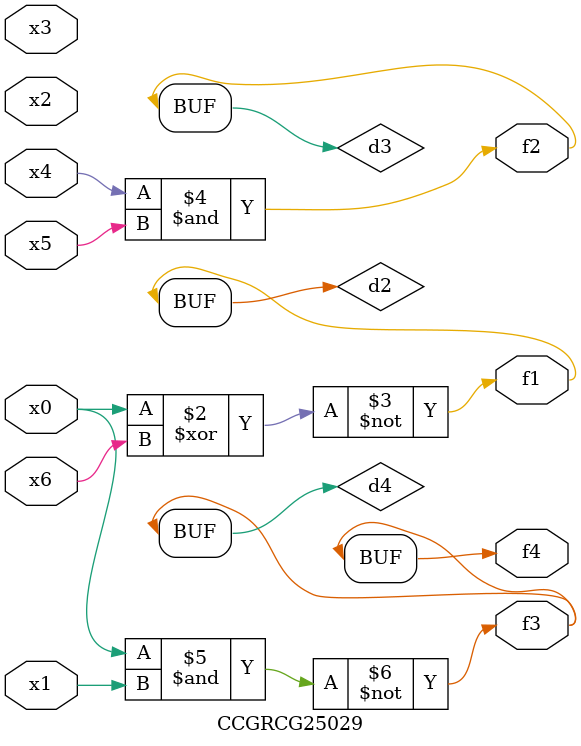
<source format=v>
module CCGRCG25029(
	input x0, x1, x2, x3, x4, x5, x6,
	output f1, f2, f3, f4
);

	wire d1, d2, d3, d4;

	nor (d1, x0);
	xnor (d2, x0, x6);
	and (d3, x4, x5);
	nand (d4, x0, x1);
	assign f1 = d2;
	assign f2 = d3;
	assign f3 = d4;
	assign f4 = d4;
endmodule

</source>
